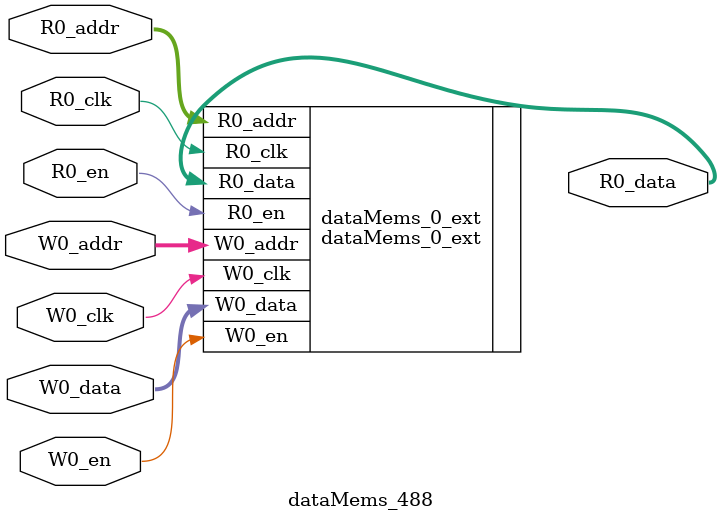
<source format=sv>
`ifndef RANDOMIZE
  `ifdef RANDOMIZE_REG_INIT
    `define RANDOMIZE
  `endif // RANDOMIZE_REG_INIT
`endif // not def RANDOMIZE
`ifndef RANDOMIZE
  `ifdef RANDOMIZE_MEM_INIT
    `define RANDOMIZE
  `endif // RANDOMIZE_MEM_INIT
`endif // not def RANDOMIZE

`ifndef RANDOM
  `define RANDOM $random
`endif // not def RANDOM

// Users can define 'PRINTF_COND' to add an extra gate to prints.
`ifndef PRINTF_COND_
  `ifdef PRINTF_COND
    `define PRINTF_COND_ (`PRINTF_COND)
  `else  // PRINTF_COND
    `define PRINTF_COND_ 1
  `endif // PRINTF_COND
`endif // not def PRINTF_COND_

// Users can define 'ASSERT_VERBOSE_COND' to add an extra gate to assert error printing.
`ifndef ASSERT_VERBOSE_COND_
  `ifdef ASSERT_VERBOSE_COND
    `define ASSERT_VERBOSE_COND_ (`ASSERT_VERBOSE_COND)
  `else  // ASSERT_VERBOSE_COND
    `define ASSERT_VERBOSE_COND_ 1
  `endif // ASSERT_VERBOSE_COND
`endif // not def ASSERT_VERBOSE_COND_

// Users can define 'STOP_COND' to add an extra gate to stop conditions.
`ifndef STOP_COND_
  `ifdef STOP_COND
    `define STOP_COND_ (`STOP_COND)
  `else  // STOP_COND
    `define STOP_COND_ 1
  `endif // STOP_COND
`endif // not def STOP_COND_

// Users can define INIT_RANDOM as general code that gets injected into the
// initializer block for modules with registers.
`ifndef INIT_RANDOM
  `define INIT_RANDOM
`endif // not def INIT_RANDOM

// If using random initialization, you can also define RANDOMIZE_DELAY to
// customize the delay used, otherwise 0.002 is used.
`ifndef RANDOMIZE_DELAY
  `define RANDOMIZE_DELAY 0.002
`endif // not def RANDOMIZE_DELAY

// Define INIT_RANDOM_PROLOG_ for use in our modules below.
`ifndef INIT_RANDOM_PROLOG_
  `ifdef RANDOMIZE
    `ifdef VERILATOR
      `define INIT_RANDOM_PROLOG_ `INIT_RANDOM
    `else  // VERILATOR
      `define INIT_RANDOM_PROLOG_ `INIT_RANDOM #`RANDOMIZE_DELAY begin end
    `endif // VERILATOR
  `else  // RANDOMIZE
    `define INIT_RANDOM_PROLOG_
  `endif // RANDOMIZE
`endif // not def INIT_RANDOM_PROLOG_

// Include register initializers in init blocks unless synthesis is set
`ifndef SYNTHESIS
  `ifndef ENABLE_INITIAL_REG_
    `define ENABLE_INITIAL_REG_
  `endif // not def ENABLE_INITIAL_REG_
`endif // not def SYNTHESIS

// Include rmemory initializers in init blocks unless synthesis is set
`ifndef SYNTHESIS
  `ifndef ENABLE_INITIAL_MEM_
    `define ENABLE_INITIAL_MEM_
  `endif // not def ENABLE_INITIAL_MEM_
`endif // not def SYNTHESIS

module dataMems_488(	// @[generators/ara/src/main/scala/UnsafeAXI4ToTL.scala:365:62]
  input  [4:0]  R0_addr,
  input         R0_en,
  input         R0_clk,
  output [66:0] R0_data,
  input  [4:0]  W0_addr,
  input         W0_en,
  input         W0_clk,
  input  [66:0] W0_data
);

  dataMems_0_ext dataMems_0_ext (	// @[generators/ara/src/main/scala/UnsafeAXI4ToTL.scala:365:62]
    .R0_addr (R0_addr),
    .R0_en   (R0_en),
    .R0_clk  (R0_clk),
    .R0_data (R0_data),
    .W0_addr (W0_addr),
    .W0_en   (W0_en),
    .W0_clk  (W0_clk),
    .W0_data (W0_data)
  );
endmodule


</source>
